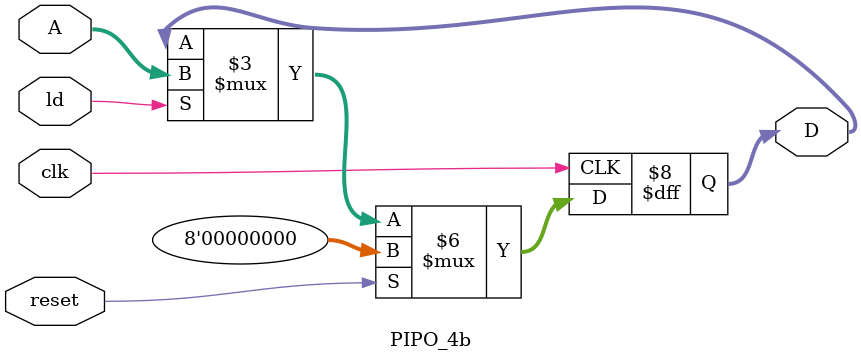
<source format=v>
`timescale 1ns / 1ps


module PIPO_4b(

    input clk,
    input [7:0] A,
    input reset,
    input ld,
    output reg [7:0] D
    );
    
    always @(posedge clk)
    begin
        if(reset)
        D<=8'd0;
        else if(ld)
        D<=A;
        else
        D<=D;
        
    end
endmodule

</source>
